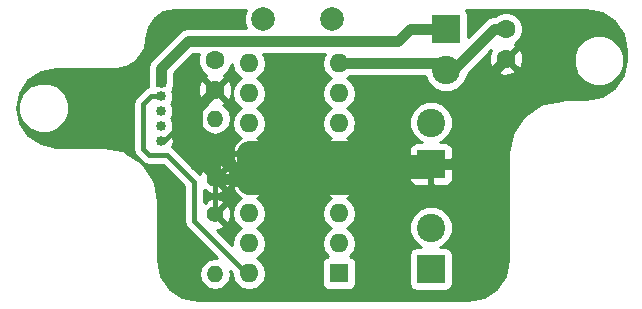
<source format=gtl>
G04 #@! TF.FileFunction,Copper,L1,Top,Signal*
%FSLAX46Y46*%
G04 Gerber Fmt 4.6, Leading zero omitted, Abs format (unit mm)*
G04 Created by KiCad (PCBNEW 4.0.6) date 06/26/19 15:48:09*
%MOMM*%
%LPD*%
G01*
G04 APERTURE LIST*
%ADD10C,0.100000*%
%ADD11C,1.400000*%
%ADD12O,1.400000X1.400000*%
%ADD13C,1.600000*%
%ADD14R,1.600000X1.600000*%
%ADD15O,1.600000X1.600000*%
%ADD16R,2.400000X2.400000*%
%ADD17C,2.400000*%
%ADD18R,0.850000X0.850000*%
%ADD19C,0.850000*%
%ADD20C,2.000000*%
%ADD21C,0.406400*%
%ADD22C,0.914400*%
%ADD23C,2.032000*%
%ADD24C,0.254000*%
G04 APERTURE END LIST*
D10*
D11*
X190498000Y-68365000D03*
D12*
X190498000Y-73445000D03*
D11*
X190498000Y-65365000D03*
D12*
X190498000Y-60285000D03*
D13*
X215138000Y-52705000D03*
X215138000Y-55205000D03*
X190498000Y-55365000D03*
X190498000Y-57865000D03*
D14*
X200998000Y-73365000D03*
D15*
X193378000Y-55585000D03*
X200998000Y-70825000D03*
X193378000Y-58125000D03*
X200998000Y-68285000D03*
X193378000Y-60665000D03*
X200998000Y-65745000D03*
X193378000Y-63205000D03*
X200998000Y-63205000D03*
X193378000Y-65745000D03*
X200998000Y-60665000D03*
X193378000Y-68285000D03*
X200998000Y-58125000D03*
X193378000Y-70825000D03*
X200998000Y-55585000D03*
X193378000Y-73365000D03*
D16*
X210058000Y-52705000D03*
D17*
X210058000Y-56205000D03*
D18*
X185928000Y-57150000D03*
D19*
X185928000Y-58400000D03*
X185928000Y-59650000D03*
X185928000Y-60900000D03*
X185928000Y-62150000D03*
D20*
X194598000Y-51865000D03*
X200398000Y-51865000D03*
D16*
X208788000Y-64135000D03*
D17*
X208788000Y-60635000D03*
D16*
X208788000Y-73025000D03*
D17*
X208788000Y-69525000D03*
D21*
X185928000Y-62150000D02*
X186213000Y-62150000D01*
X186213000Y-62150000D02*
X188998000Y-59365000D01*
D22*
X208788000Y-64135000D02*
X210566000Y-64135000D01*
X212090000Y-58253000D02*
X215138000Y-55205000D01*
X212090000Y-62611000D02*
X212090000Y-58253000D01*
X210566000Y-64135000D02*
X212090000Y-62611000D01*
D23*
X204498000Y-64365000D02*
X208558000Y-64365000D01*
X208558000Y-64365000D02*
X208788000Y-64135000D01*
D22*
X190498000Y-65365000D02*
X192998000Y-65365000D01*
X192998000Y-65365000D02*
X193378000Y-65745000D01*
X190498000Y-57865000D02*
X188998000Y-59365000D01*
X190498000Y-64365000D02*
X190498000Y-65365000D01*
X188998000Y-62865000D02*
X190498000Y-64365000D01*
X188998000Y-59365000D02*
X188998000Y-62865000D01*
D21*
X190498000Y-64865000D02*
X190498000Y-65365000D01*
X192998000Y-65365000D02*
X193378000Y-65745000D01*
X190498000Y-68365000D02*
X190498000Y-65365000D01*
D23*
X200998000Y-65745000D02*
X200998000Y-63205000D01*
X193378000Y-65745000D02*
X193378000Y-63205000D01*
X200998000Y-65745000D02*
X203118000Y-65745000D01*
X203118000Y-65745000D02*
X204498000Y-64365000D01*
X200998000Y-63205000D02*
X203338000Y-63205000D01*
X203338000Y-63205000D02*
X204498000Y-64365000D01*
X193378000Y-65745000D02*
X200998000Y-65745000D01*
X200998000Y-63205000D02*
X193378000Y-63205000D01*
D22*
X205994000Y-53721000D02*
X188214000Y-53721000D01*
X205994000Y-53721000D02*
X207010000Y-52705000D01*
X210058000Y-52705000D02*
X207010000Y-52705000D01*
X185928000Y-56007000D02*
X185928000Y-57150000D01*
X188214000Y-53721000D02*
X185928000Y-56007000D01*
X210058000Y-56205000D02*
X210622000Y-56205000D01*
X210622000Y-56205000D02*
X214122000Y-52705000D01*
X214122000Y-52705000D02*
X215138000Y-52705000D01*
X200998000Y-55585000D02*
X209438000Y-55585000D01*
X209438000Y-55585000D02*
X210058000Y-56205000D01*
D21*
X193378000Y-73365000D02*
X193126000Y-73365000D01*
X193126000Y-73365000D02*
X188722000Y-68961000D01*
X185059000Y-58400000D02*
X185928000Y-58400000D01*
X184404000Y-59055000D02*
X185059000Y-58400000D01*
X184404000Y-62865000D02*
X184404000Y-59055000D01*
X184912000Y-63373000D02*
X184404000Y-62865000D01*
X186436000Y-63373000D02*
X184912000Y-63373000D01*
X188722000Y-65659000D02*
X186436000Y-63373000D01*
X188722000Y-68961000D02*
X188722000Y-65659000D01*
D24*
G36*
X192963284Y-51538352D02*
X192962716Y-52188795D01*
X193144523Y-52628800D01*
X188214000Y-52628800D01*
X187796033Y-52711939D01*
X187441698Y-52948698D01*
X185155698Y-55234698D01*
X184918939Y-55589033D01*
X184835800Y-56007000D01*
X184835800Y-57150000D01*
X184855560Y-57249340D01*
X184855560Y-57575000D01*
X184860505Y-57601283D01*
X184738235Y-57625604D01*
X184466303Y-57807303D01*
X183811303Y-58462303D01*
X183629604Y-58734234D01*
X183619751Y-58783770D01*
X183565800Y-59055000D01*
X183565800Y-62865000D01*
X183629604Y-63185766D01*
X183811303Y-63457697D01*
X184319303Y-63965697D01*
X184591235Y-64147396D01*
X184912000Y-64211200D01*
X186088806Y-64211200D01*
X187883800Y-66006194D01*
X187883800Y-68961000D01*
X187947604Y-69281766D01*
X188129303Y-69553697D01*
X190699541Y-72123935D01*
X190498000Y-72083846D01*
X189987118Y-72185467D01*
X189554012Y-72474858D01*
X189264621Y-72907964D01*
X189163000Y-73418846D01*
X189163000Y-73471154D01*
X189264621Y-73982036D01*
X189554012Y-74415142D01*
X189987118Y-74704533D01*
X190498000Y-74806154D01*
X191008882Y-74704533D01*
X191441988Y-74415142D01*
X191731379Y-73982036D01*
X191833000Y-73471154D01*
X191833000Y-73418846D01*
X191792911Y-73217305D01*
X191919154Y-73343548D01*
X191914887Y-73365000D01*
X192024120Y-73914151D01*
X192335189Y-74379698D01*
X192800736Y-74690767D01*
X193349887Y-74800000D01*
X193406113Y-74800000D01*
X193955264Y-74690767D01*
X194420811Y-74379698D01*
X194731880Y-73914151D01*
X194841113Y-73365000D01*
X194731880Y-72815849D01*
X194420811Y-72350302D01*
X194038725Y-72095000D01*
X194420811Y-71839698D01*
X194731880Y-71374151D01*
X194841113Y-70825000D01*
X194731880Y-70275849D01*
X194420811Y-69810302D01*
X194038725Y-69555000D01*
X194420811Y-69299698D01*
X194731880Y-68834151D01*
X194841113Y-68285000D01*
X199534887Y-68285000D01*
X199644120Y-68834151D01*
X199955189Y-69299698D01*
X200337275Y-69555000D01*
X199955189Y-69810302D01*
X199644120Y-70275849D01*
X199534887Y-70825000D01*
X199644120Y-71374151D01*
X199955189Y-71839698D01*
X200099465Y-71936101D01*
X199962683Y-71961838D01*
X199746559Y-72100910D01*
X199601569Y-72313110D01*
X199550560Y-72565000D01*
X199550560Y-74165000D01*
X199594838Y-74400317D01*
X199733910Y-74616441D01*
X199946110Y-74761431D01*
X200198000Y-74812440D01*
X201798000Y-74812440D01*
X202033317Y-74768162D01*
X202249441Y-74629090D01*
X202394431Y-74416890D01*
X202445440Y-74165000D01*
X202445440Y-72565000D01*
X202401162Y-72329683D01*
X202262090Y-72113559D01*
X202049890Y-71968569D01*
X201894911Y-71937185D01*
X202040811Y-71839698D01*
X202050631Y-71825000D01*
X206940560Y-71825000D01*
X206940560Y-74225000D01*
X206984838Y-74460317D01*
X207123910Y-74676441D01*
X207336110Y-74821431D01*
X207588000Y-74872440D01*
X209988000Y-74872440D01*
X210223317Y-74828162D01*
X210439441Y-74689090D01*
X210584431Y-74476890D01*
X210635440Y-74225000D01*
X210635440Y-71825000D01*
X210591162Y-71589683D01*
X210452090Y-71373559D01*
X210239890Y-71228569D01*
X209988000Y-71177560D01*
X209593712Y-71177560D01*
X209826086Y-71081545D01*
X210342730Y-70565801D01*
X210622681Y-69891605D01*
X210623318Y-69161597D01*
X210344545Y-68486914D01*
X209828801Y-67970270D01*
X209154605Y-67690319D01*
X208424597Y-67689682D01*
X207749914Y-67968455D01*
X207233270Y-68484199D01*
X206953319Y-69158395D01*
X206952682Y-69888403D01*
X207231455Y-70563086D01*
X207747199Y-71079730D01*
X207982799Y-71177560D01*
X207588000Y-71177560D01*
X207352683Y-71221838D01*
X207136559Y-71360910D01*
X206991569Y-71573110D01*
X206940560Y-71825000D01*
X202050631Y-71825000D01*
X202351880Y-71374151D01*
X202461113Y-70825000D01*
X202351880Y-70275849D01*
X202040811Y-69810302D01*
X201658725Y-69555000D01*
X202040811Y-69299698D01*
X202351880Y-68834151D01*
X202461113Y-68285000D01*
X202351880Y-67735849D01*
X202040811Y-67270302D01*
X201636297Y-67000014D01*
X201853134Y-66897389D01*
X202229041Y-66482423D01*
X202389904Y-66094039D01*
X202267915Y-65872000D01*
X201125000Y-65872000D01*
X201125000Y-65892000D01*
X200871000Y-65892000D01*
X200871000Y-65872000D01*
X199728085Y-65872000D01*
X199606096Y-66094039D01*
X199766959Y-66482423D01*
X200142866Y-66897389D01*
X200359703Y-67000014D01*
X199955189Y-67270302D01*
X199644120Y-67735849D01*
X199534887Y-68285000D01*
X194841113Y-68285000D01*
X194731880Y-67735849D01*
X194420811Y-67270302D01*
X194016297Y-67000014D01*
X194233134Y-66897389D01*
X194609041Y-66482423D01*
X194769904Y-66094039D01*
X194647915Y-65872000D01*
X193505000Y-65872000D01*
X193505000Y-65892000D01*
X193251000Y-65892000D01*
X193251000Y-65872000D01*
X192108085Y-65872000D01*
X191986096Y-66094039D01*
X192146959Y-66482423D01*
X192522866Y-66897389D01*
X192739703Y-67000014D01*
X192335189Y-67270302D01*
X192024120Y-67735849D01*
X191914887Y-68285000D01*
X192024120Y-68834151D01*
X192335189Y-69299698D01*
X192717275Y-69555000D01*
X192335189Y-69810302D01*
X192024120Y-70275849D01*
X191914887Y-70825000D01*
X191950517Y-71004123D01*
X190640621Y-69694227D01*
X190835440Y-69683664D01*
X191191831Y-69536042D01*
X191253669Y-69300275D01*
X190498000Y-68544605D01*
X190483858Y-68558748D01*
X190304252Y-68379142D01*
X190318395Y-68365000D01*
X190677605Y-68365000D01*
X191433275Y-69120669D01*
X191669042Y-69058831D01*
X191845419Y-68557878D01*
X191816664Y-68027560D01*
X191669042Y-67671169D01*
X191433275Y-67609331D01*
X190677605Y-68365000D01*
X190318395Y-68365000D01*
X190304252Y-68350858D01*
X190483858Y-68171252D01*
X190498000Y-68185395D01*
X191253669Y-67429725D01*
X191191831Y-67193958D01*
X190690878Y-67017581D01*
X190160560Y-67046336D01*
X189804169Y-67193958D01*
X189742331Y-67429723D01*
X189627082Y-67314474D01*
X189560200Y-67381356D01*
X189560200Y-66348644D01*
X189627082Y-66415526D01*
X189742331Y-66300277D01*
X189804169Y-66536042D01*
X190305122Y-66712419D01*
X190835440Y-66683664D01*
X191191831Y-66536042D01*
X191253669Y-66300275D01*
X190498000Y-65544605D01*
X190483858Y-65558748D01*
X190304252Y-65379142D01*
X190318395Y-65365000D01*
X190677605Y-65365000D01*
X191433275Y-66120669D01*
X191669042Y-66058831D01*
X191845419Y-65557878D01*
X191816664Y-65027560D01*
X191669042Y-64671169D01*
X191433275Y-64609331D01*
X190677605Y-65365000D01*
X190318395Y-65365000D01*
X189562725Y-64609331D01*
X189326958Y-64671169D01*
X189220872Y-64972478D01*
X188678119Y-64429725D01*
X189742331Y-64429725D01*
X190498000Y-65185395D01*
X191253669Y-64429725D01*
X191191831Y-64193958D01*
X190690878Y-64017581D01*
X190160560Y-64046336D01*
X189804169Y-64193958D01*
X189742331Y-64429725D01*
X188678119Y-64429725D01*
X187802433Y-63554039D01*
X191986096Y-63554039D01*
X192146959Y-63942423D01*
X192522866Y-64357389D01*
X192771367Y-64475000D01*
X192522866Y-64592611D01*
X192146959Y-65007577D01*
X191986096Y-65395961D01*
X192108085Y-65618000D01*
X193251000Y-65618000D01*
X193251000Y-63332000D01*
X193505000Y-63332000D01*
X193505000Y-65618000D01*
X194647915Y-65618000D01*
X194769904Y-65395961D01*
X194609041Y-65007577D01*
X194233134Y-64592611D01*
X193984633Y-64475000D01*
X194233134Y-64357389D01*
X194609041Y-63942423D01*
X194769904Y-63554039D01*
X199606096Y-63554039D01*
X199766959Y-63942423D01*
X200142866Y-64357389D01*
X200391367Y-64475000D01*
X200142866Y-64592611D01*
X199766959Y-65007577D01*
X199606096Y-65395961D01*
X199728085Y-65618000D01*
X200871000Y-65618000D01*
X200871000Y-63332000D01*
X201125000Y-63332000D01*
X201125000Y-65618000D01*
X202267915Y-65618000D01*
X202389904Y-65395961D01*
X202229041Y-65007577D01*
X201853134Y-64592611D01*
X201604633Y-64475000D01*
X201719258Y-64420750D01*
X206953000Y-64420750D01*
X206953000Y-65461309D01*
X207049673Y-65694698D01*
X207228301Y-65873327D01*
X207461690Y-65970000D01*
X208502250Y-65970000D01*
X208661000Y-65811250D01*
X208661000Y-64262000D01*
X208915000Y-64262000D01*
X208915000Y-65811250D01*
X209073750Y-65970000D01*
X210114310Y-65970000D01*
X210347699Y-65873327D01*
X210526327Y-65694698D01*
X210623000Y-65461309D01*
X210623000Y-64420750D01*
X210464250Y-64262000D01*
X208915000Y-64262000D01*
X208661000Y-64262000D01*
X207111750Y-64262000D01*
X206953000Y-64420750D01*
X201719258Y-64420750D01*
X201853134Y-64357389D01*
X202229041Y-63942423D01*
X202389904Y-63554039D01*
X202267915Y-63332000D01*
X201125000Y-63332000D01*
X200871000Y-63332000D01*
X199728085Y-63332000D01*
X199606096Y-63554039D01*
X194769904Y-63554039D01*
X194647915Y-63332000D01*
X193505000Y-63332000D01*
X193251000Y-63332000D01*
X192108085Y-63332000D01*
X191986096Y-63554039D01*
X187802433Y-63554039D01*
X187028697Y-62780303D01*
X186871808Y-62675473D01*
X187001272Y-62277061D01*
X186968199Y-61856666D01*
X186870950Y-61621887D01*
X186724869Y-61602281D01*
X186826101Y-61501226D01*
X186987816Y-61111772D01*
X186988184Y-60690078D01*
X186827149Y-60300342D01*
X186802068Y-60275217D01*
X186818467Y-60258846D01*
X189163000Y-60258846D01*
X189163000Y-60311154D01*
X189264621Y-60822036D01*
X189554012Y-61255142D01*
X189987118Y-61544533D01*
X190498000Y-61646154D01*
X191008882Y-61544533D01*
X191441988Y-61255142D01*
X191731379Y-60822036D01*
X191833000Y-60311154D01*
X191833000Y-60258846D01*
X191731379Y-59747964D01*
X191441988Y-59314858D01*
X191188209Y-59145289D01*
X191252005Y-59118864D01*
X191326139Y-58872745D01*
X190498000Y-58044605D01*
X189669861Y-58872745D01*
X189743995Y-59118864D01*
X189811191Y-59143017D01*
X189554012Y-59314858D01*
X189264621Y-59747964D01*
X189163000Y-60258846D01*
X186818467Y-60258846D01*
X186826101Y-60251226D01*
X186987816Y-59861772D01*
X186988184Y-59440078D01*
X186827149Y-59050342D01*
X186802068Y-59025217D01*
X186826101Y-59001226D01*
X186987816Y-58611772D01*
X186988184Y-58190078D01*
X186880065Y-57928410D01*
X186949431Y-57826890D01*
X186985611Y-57648223D01*
X189051035Y-57648223D01*
X189078222Y-58218454D01*
X189244136Y-58619005D01*
X189490255Y-58693139D01*
X190318395Y-57865000D01*
X189490255Y-57036861D01*
X189244136Y-57110995D01*
X189051035Y-57648223D01*
X186985611Y-57648223D01*
X187000440Y-57575000D01*
X187000440Y-57249340D01*
X187020200Y-57150000D01*
X187020200Y-56459404D01*
X188666404Y-54813200D01*
X189173333Y-54813200D01*
X189063250Y-55078309D01*
X189062752Y-55649187D01*
X189280757Y-56176800D01*
X189684077Y-56580824D01*
X189750544Y-56608423D01*
X189743995Y-56611136D01*
X189669861Y-56857255D01*
X190498000Y-57685395D01*
X191326139Y-56857255D01*
X191252005Y-56611136D01*
X191245517Y-56608804D01*
X191309800Y-56582243D01*
X191713824Y-56178923D01*
X191929642Y-55659177D01*
X192024120Y-56134151D01*
X192335189Y-56599698D01*
X192717275Y-56855000D01*
X192335189Y-57110302D01*
X192024120Y-57575849D01*
X191940812Y-57994667D01*
X191917778Y-57511546D01*
X191751864Y-57110995D01*
X191505745Y-57036861D01*
X190677605Y-57865000D01*
X191505745Y-58693139D01*
X191751864Y-58619005D01*
X191920068Y-58151044D01*
X192024120Y-58674151D01*
X192335189Y-59139698D01*
X192717275Y-59395000D01*
X192335189Y-59650302D01*
X192024120Y-60115849D01*
X191914887Y-60665000D01*
X192024120Y-61214151D01*
X192335189Y-61679698D01*
X192739703Y-61949986D01*
X192522866Y-62052611D01*
X192146959Y-62467577D01*
X191986096Y-62855961D01*
X192108085Y-63078000D01*
X193251000Y-63078000D01*
X193251000Y-63058000D01*
X193505000Y-63058000D01*
X193505000Y-63078000D01*
X194647915Y-63078000D01*
X194769904Y-62855961D01*
X194609041Y-62467577D01*
X194233134Y-62052611D01*
X194016297Y-61949986D01*
X194420811Y-61679698D01*
X194731880Y-61214151D01*
X194841113Y-60665000D01*
X194731880Y-60115849D01*
X194420811Y-59650302D01*
X194038725Y-59395000D01*
X194420811Y-59139698D01*
X194731880Y-58674151D01*
X194841113Y-58125000D01*
X194731880Y-57575849D01*
X194420811Y-57110302D01*
X194038725Y-56855000D01*
X194420811Y-56599698D01*
X194731880Y-56134151D01*
X194841113Y-55585000D01*
X194731880Y-55035849D01*
X194583110Y-54813200D01*
X199792890Y-54813200D01*
X199644120Y-55035849D01*
X199534887Y-55585000D01*
X199644120Y-56134151D01*
X199955189Y-56599698D01*
X200337275Y-56855000D01*
X199955189Y-57110302D01*
X199644120Y-57575849D01*
X199534887Y-58125000D01*
X199644120Y-58674151D01*
X199955189Y-59139698D01*
X200337275Y-59395000D01*
X199955189Y-59650302D01*
X199644120Y-60115849D01*
X199534887Y-60665000D01*
X199644120Y-61214151D01*
X199955189Y-61679698D01*
X200359703Y-61949986D01*
X200142866Y-62052611D01*
X199766959Y-62467577D01*
X199606096Y-62855961D01*
X199728085Y-63078000D01*
X200871000Y-63078000D01*
X200871000Y-63058000D01*
X201125000Y-63058000D01*
X201125000Y-63078000D01*
X202267915Y-63078000D01*
X202389904Y-62855961D01*
X202229041Y-62467577D01*
X201853134Y-62052611D01*
X201636297Y-61949986D01*
X202040811Y-61679698D01*
X202351880Y-61214151D01*
X202394794Y-60998403D01*
X206952682Y-60998403D01*
X207231455Y-61673086D01*
X207747199Y-62189730D01*
X208012758Y-62300000D01*
X207461690Y-62300000D01*
X207228301Y-62396673D01*
X207049673Y-62575302D01*
X206953000Y-62808691D01*
X206953000Y-63849250D01*
X207111750Y-64008000D01*
X208661000Y-64008000D01*
X208661000Y-63988000D01*
X208915000Y-63988000D01*
X208915000Y-64008000D01*
X210464250Y-64008000D01*
X210623000Y-63849250D01*
X210623000Y-62808691D01*
X210526327Y-62575302D01*
X210347699Y-62396673D01*
X210114310Y-62300000D01*
X209563605Y-62300000D01*
X209826086Y-62191545D01*
X210342730Y-61675801D01*
X210622681Y-61001605D01*
X210623318Y-60271597D01*
X210344545Y-59596914D01*
X209828801Y-59080270D01*
X209154605Y-58800319D01*
X208424597Y-58799682D01*
X207749914Y-59078455D01*
X207233270Y-59594199D01*
X206953319Y-60268395D01*
X206952682Y-60998403D01*
X202394794Y-60998403D01*
X202461113Y-60665000D01*
X202351880Y-60115849D01*
X202040811Y-59650302D01*
X201658725Y-59395000D01*
X202040811Y-59139698D01*
X202351880Y-58674151D01*
X202461113Y-58125000D01*
X202351880Y-57575849D01*
X202040811Y-57110302D01*
X201658725Y-56855000D01*
X201924821Y-56677200D01*
X208267636Y-56677200D01*
X208501455Y-57243086D01*
X209017199Y-57759730D01*
X209691395Y-58039681D01*
X210421403Y-58040318D01*
X211096086Y-57761545D01*
X211612730Y-57245801D01*
X211892681Y-56571605D01*
X211892762Y-56478842D01*
X212158859Y-56212745D01*
X214309861Y-56212745D01*
X214383995Y-56458864D01*
X214921223Y-56651965D01*
X215491454Y-56624778D01*
X215892005Y-56458864D01*
X215966139Y-56212745D01*
X215138000Y-55384605D01*
X214309861Y-56212745D01*
X212158859Y-56212745D01*
X213863670Y-54507934D01*
X213691035Y-54988223D01*
X213718222Y-55558454D01*
X213884136Y-55959005D01*
X214130255Y-56033139D01*
X214958395Y-55205000D01*
X215317605Y-55205000D01*
X216145745Y-56033139D01*
X216391864Y-55959005D01*
X216453396Y-55787815D01*
X220862630Y-55787815D01*
X221186980Y-56572800D01*
X221787041Y-57173909D01*
X222571459Y-57499628D01*
X223420815Y-57500370D01*
X224205800Y-57176020D01*
X224806909Y-56575959D01*
X225132628Y-55791541D01*
X225133370Y-54942185D01*
X224809020Y-54157200D01*
X224208959Y-53556091D01*
X223424541Y-53230372D01*
X222575185Y-53229630D01*
X221790200Y-53553980D01*
X221189091Y-54154041D01*
X220863372Y-54938459D01*
X220862630Y-55787815D01*
X216453396Y-55787815D01*
X216584965Y-55421777D01*
X216557778Y-54851546D01*
X216391864Y-54450995D01*
X216145745Y-54376861D01*
X215317605Y-55205000D01*
X214958395Y-55205000D01*
X214944252Y-55190858D01*
X215123858Y-55011252D01*
X215138000Y-55025395D01*
X215966139Y-54197255D01*
X215892005Y-53951136D01*
X215885517Y-53948804D01*
X215949800Y-53922243D01*
X216353824Y-53518923D01*
X216572750Y-52991691D01*
X216573248Y-52420813D01*
X216355243Y-51893200D01*
X215951923Y-51489176D01*
X215424691Y-51270250D01*
X214853813Y-51269752D01*
X214326200Y-51487757D01*
X214200939Y-51612800D01*
X214122000Y-51612800D01*
X213704033Y-51695939D01*
X213349698Y-51932698D01*
X211905440Y-53376956D01*
X211905440Y-51505000D01*
X211861162Y-51269683D01*
X211735887Y-51075000D01*
X221928069Y-51075000D01*
X223251707Y-51338288D01*
X224314546Y-52048454D01*
X225024712Y-53111295D01*
X225288000Y-54434931D01*
X225288000Y-55295069D01*
X225024712Y-56618705D01*
X224314546Y-57681546D01*
X223251707Y-58391712D01*
X221928069Y-58655000D01*
X219998000Y-58655000D01*
X219929416Y-58668642D01*
X218328752Y-58973124D01*
X218074462Y-59078455D01*
X218072811Y-59079139D01*
X216775118Y-59946230D01*
X216579229Y-60142118D01*
X215712139Y-61439811D01*
X215606124Y-61695752D01*
X215301642Y-63226486D01*
X215301642Y-63296416D01*
X215288000Y-63365000D01*
X215288000Y-72295069D01*
X215024712Y-73618705D01*
X214314546Y-74681546D01*
X213251707Y-75391712D01*
X211928069Y-75655000D01*
X189067931Y-75655000D01*
X187744295Y-75391712D01*
X186681454Y-74681546D01*
X185971288Y-73618707D01*
X185708000Y-72295069D01*
X185708000Y-67365000D01*
X185694358Y-67296416D01*
X185694358Y-67226486D01*
X185389876Y-65695752D01*
X185283861Y-65439811D01*
X184416770Y-64142118D01*
X184320988Y-64046336D01*
X184220882Y-63946229D01*
X182923189Y-63079139D01*
X182858237Y-63052235D01*
X182667248Y-62973124D01*
X181136514Y-62668642D01*
X181066584Y-62668642D01*
X180998000Y-62655000D01*
X177067931Y-62655000D01*
X175744295Y-62391712D01*
X174681454Y-61681546D01*
X173971288Y-60618707D01*
X173806014Y-59787815D01*
X173862630Y-59787815D01*
X174186980Y-60572800D01*
X174787041Y-61173909D01*
X175571459Y-61499628D01*
X176420815Y-61500370D01*
X177205800Y-61176020D01*
X177806909Y-60575959D01*
X178132628Y-59791541D01*
X178133370Y-58942185D01*
X177809020Y-58157200D01*
X177208959Y-57556091D01*
X176424541Y-57230372D01*
X175575185Y-57229630D01*
X174790200Y-57553980D01*
X174189091Y-58154041D01*
X173863372Y-58938459D01*
X173862630Y-59787815D01*
X173806014Y-59787815D01*
X173721910Y-59365000D01*
X173971288Y-58111293D01*
X174681454Y-57048454D01*
X175744295Y-56338288D01*
X177067931Y-56075000D01*
X181998000Y-56075000D01*
X182066584Y-56061358D01*
X182136514Y-56061358D01*
X182901881Y-55909117D01*
X183157821Y-55803103D01*
X183806668Y-55369558D01*
X184002558Y-55173668D01*
X184436103Y-54524822D01*
X184497390Y-54376861D01*
X184542117Y-54268881D01*
X184694356Y-53503518D01*
X184694358Y-53503514D01*
X184895167Y-52493977D01*
X185388561Y-51755561D01*
X186126977Y-51262167D01*
X187067931Y-51075000D01*
X193155684Y-51075000D01*
X192963284Y-51538352D01*
X192963284Y-51538352D01*
G37*
X192963284Y-51538352D02*
X192962716Y-52188795D01*
X193144523Y-52628800D01*
X188214000Y-52628800D01*
X187796033Y-52711939D01*
X187441698Y-52948698D01*
X185155698Y-55234698D01*
X184918939Y-55589033D01*
X184835800Y-56007000D01*
X184835800Y-57150000D01*
X184855560Y-57249340D01*
X184855560Y-57575000D01*
X184860505Y-57601283D01*
X184738235Y-57625604D01*
X184466303Y-57807303D01*
X183811303Y-58462303D01*
X183629604Y-58734234D01*
X183619751Y-58783770D01*
X183565800Y-59055000D01*
X183565800Y-62865000D01*
X183629604Y-63185766D01*
X183811303Y-63457697D01*
X184319303Y-63965697D01*
X184591235Y-64147396D01*
X184912000Y-64211200D01*
X186088806Y-64211200D01*
X187883800Y-66006194D01*
X187883800Y-68961000D01*
X187947604Y-69281766D01*
X188129303Y-69553697D01*
X190699541Y-72123935D01*
X190498000Y-72083846D01*
X189987118Y-72185467D01*
X189554012Y-72474858D01*
X189264621Y-72907964D01*
X189163000Y-73418846D01*
X189163000Y-73471154D01*
X189264621Y-73982036D01*
X189554012Y-74415142D01*
X189987118Y-74704533D01*
X190498000Y-74806154D01*
X191008882Y-74704533D01*
X191441988Y-74415142D01*
X191731379Y-73982036D01*
X191833000Y-73471154D01*
X191833000Y-73418846D01*
X191792911Y-73217305D01*
X191919154Y-73343548D01*
X191914887Y-73365000D01*
X192024120Y-73914151D01*
X192335189Y-74379698D01*
X192800736Y-74690767D01*
X193349887Y-74800000D01*
X193406113Y-74800000D01*
X193955264Y-74690767D01*
X194420811Y-74379698D01*
X194731880Y-73914151D01*
X194841113Y-73365000D01*
X194731880Y-72815849D01*
X194420811Y-72350302D01*
X194038725Y-72095000D01*
X194420811Y-71839698D01*
X194731880Y-71374151D01*
X194841113Y-70825000D01*
X194731880Y-70275849D01*
X194420811Y-69810302D01*
X194038725Y-69555000D01*
X194420811Y-69299698D01*
X194731880Y-68834151D01*
X194841113Y-68285000D01*
X199534887Y-68285000D01*
X199644120Y-68834151D01*
X199955189Y-69299698D01*
X200337275Y-69555000D01*
X199955189Y-69810302D01*
X199644120Y-70275849D01*
X199534887Y-70825000D01*
X199644120Y-71374151D01*
X199955189Y-71839698D01*
X200099465Y-71936101D01*
X199962683Y-71961838D01*
X199746559Y-72100910D01*
X199601569Y-72313110D01*
X199550560Y-72565000D01*
X199550560Y-74165000D01*
X199594838Y-74400317D01*
X199733910Y-74616441D01*
X199946110Y-74761431D01*
X200198000Y-74812440D01*
X201798000Y-74812440D01*
X202033317Y-74768162D01*
X202249441Y-74629090D01*
X202394431Y-74416890D01*
X202445440Y-74165000D01*
X202445440Y-72565000D01*
X202401162Y-72329683D01*
X202262090Y-72113559D01*
X202049890Y-71968569D01*
X201894911Y-71937185D01*
X202040811Y-71839698D01*
X202050631Y-71825000D01*
X206940560Y-71825000D01*
X206940560Y-74225000D01*
X206984838Y-74460317D01*
X207123910Y-74676441D01*
X207336110Y-74821431D01*
X207588000Y-74872440D01*
X209988000Y-74872440D01*
X210223317Y-74828162D01*
X210439441Y-74689090D01*
X210584431Y-74476890D01*
X210635440Y-74225000D01*
X210635440Y-71825000D01*
X210591162Y-71589683D01*
X210452090Y-71373559D01*
X210239890Y-71228569D01*
X209988000Y-71177560D01*
X209593712Y-71177560D01*
X209826086Y-71081545D01*
X210342730Y-70565801D01*
X210622681Y-69891605D01*
X210623318Y-69161597D01*
X210344545Y-68486914D01*
X209828801Y-67970270D01*
X209154605Y-67690319D01*
X208424597Y-67689682D01*
X207749914Y-67968455D01*
X207233270Y-68484199D01*
X206953319Y-69158395D01*
X206952682Y-69888403D01*
X207231455Y-70563086D01*
X207747199Y-71079730D01*
X207982799Y-71177560D01*
X207588000Y-71177560D01*
X207352683Y-71221838D01*
X207136559Y-71360910D01*
X206991569Y-71573110D01*
X206940560Y-71825000D01*
X202050631Y-71825000D01*
X202351880Y-71374151D01*
X202461113Y-70825000D01*
X202351880Y-70275849D01*
X202040811Y-69810302D01*
X201658725Y-69555000D01*
X202040811Y-69299698D01*
X202351880Y-68834151D01*
X202461113Y-68285000D01*
X202351880Y-67735849D01*
X202040811Y-67270302D01*
X201636297Y-67000014D01*
X201853134Y-66897389D01*
X202229041Y-66482423D01*
X202389904Y-66094039D01*
X202267915Y-65872000D01*
X201125000Y-65872000D01*
X201125000Y-65892000D01*
X200871000Y-65892000D01*
X200871000Y-65872000D01*
X199728085Y-65872000D01*
X199606096Y-66094039D01*
X199766959Y-66482423D01*
X200142866Y-66897389D01*
X200359703Y-67000014D01*
X199955189Y-67270302D01*
X199644120Y-67735849D01*
X199534887Y-68285000D01*
X194841113Y-68285000D01*
X194731880Y-67735849D01*
X194420811Y-67270302D01*
X194016297Y-67000014D01*
X194233134Y-66897389D01*
X194609041Y-66482423D01*
X194769904Y-66094039D01*
X194647915Y-65872000D01*
X193505000Y-65872000D01*
X193505000Y-65892000D01*
X193251000Y-65892000D01*
X193251000Y-65872000D01*
X192108085Y-65872000D01*
X191986096Y-66094039D01*
X192146959Y-66482423D01*
X192522866Y-66897389D01*
X192739703Y-67000014D01*
X192335189Y-67270302D01*
X192024120Y-67735849D01*
X191914887Y-68285000D01*
X192024120Y-68834151D01*
X192335189Y-69299698D01*
X192717275Y-69555000D01*
X192335189Y-69810302D01*
X192024120Y-70275849D01*
X191914887Y-70825000D01*
X191950517Y-71004123D01*
X190640621Y-69694227D01*
X190835440Y-69683664D01*
X191191831Y-69536042D01*
X191253669Y-69300275D01*
X190498000Y-68544605D01*
X190483858Y-68558748D01*
X190304252Y-68379142D01*
X190318395Y-68365000D01*
X190677605Y-68365000D01*
X191433275Y-69120669D01*
X191669042Y-69058831D01*
X191845419Y-68557878D01*
X191816664Y-68027560D01*
X191669042Y-67671169D01*
X191433275Y-67609331D01*
X190677605Y-68365000D01*
X190318395Y-68365000D01*
X190304252Y-68350858D01*
X190483858Y-68171252D01*
X190498000Y-68185395D01*
X191253669Y-67429725D01*
X191191831Y-67193958D01*
X190690878Y-67017581D01*
X190160560Y-67046336D01*
X189804169Y-67193958D01*
X189742331Y-67429723D01*
X189627082Y-67314474D01*
X189560200Y-67381356D01*
X189560200Y-66348644D01*
X189627082Y-66415526D01*
X189742331Y-66300277D01*
X189804169Y-66536042D01*
X190305122Y-66712419D01*
X190835440Y-66683664D01*
X191191831Y-66536042D01*
X191253669Y-66300275D01*
X190498000Y-65544605D01*
X190483858Y-65558748D01*
X190304252Y-65379142D01*
X190318395Y-65365000D01*
X190677605Y-65365000D01*
X191433275Y-66120669D01*
X191669042Y-66058831D01*
X191845419Y-65557878D01*
X191816664Y-65027560D01*
X191669042Y-64671169D01*
X191433275Y-64609331D01*
X190677605Y-65365000D01*
X190318395Y-65365000D01*
X189562725Y-64609331D01*
X189326958Y-64671169D01*
X189220872Y-64972478D01*
X188678119Y-64429725D01*
X189742331Y-64429725D01*
X190498000Y-65185395D01*
X191253669Y-64429725D01*
X191191831Y-64193958D01*
X190690878Y-64017581D01*
X190160560Y-64046336D01*
X189804169Y-64193958D01*
X189742331Y-64429725D01*
X188678119Y-64429725D01*
X187802433Y-63554039D01*
X191986096Y-63554039D01*
X192146959Y-63942423D01*
X192522866Y-64357389D01*
X192771367Y-64475000D01*
X192522866Y-64592611D01*
X192146959Y-65007577D01*
X191986096Y-65395961D01*
X192108085Y-65618000D01*
X193251000Y-65618000D01*
X193251000Y-63332000D01*
X193505000Y-63332000D01*
X193505000Y-65618000D01*
X194647915Y-65618000D01*
X194769904Y-65395961D01*
X194609041Y-65007577D01*
X194233134Y-64592611D01*
X193984633Y-64475000D01*
X194233134Y-64357389D01*
X194609041Y-63942423D01*
X194769904Y-63554039D01*
X199606096Y-63554039D01*
X199766959Y-63942423D01*
X200142866Y-64357389D01*
X200391367Y-64475000D01*
X200142866Y-64592611D01*
X199766959Y-65007577D01*
X199606096Y-65395961D01*
X199728085Y-65618000D01*
X200871000Y-65618000D01*
X200871000Y-63332000D01*
X201125000Y-63332000D01*
X201125000Y-65618000D01*
X202267915Y-65618000D01*
X202389904Y-65395961D01*
X202229041Y-65007577D01*
X201853134Y-64592611D01*
X201604633Y-64475000D01*
X201719258Y-64420750D01*
X206953000Y-64420750D01*
X206953000Y-65461309D01*
X207049673Y-65694698D01*
X207228301Y-65873327D01*
X207461690Y-65970000D01*
X208502250Y-65970000D01*
X208661000Y-65811250D01*
X208661000Y-64262000D01*
X208915000Y-64262000D01*
X208915000Y-65811250D01*
X209073750Y-65970000D01*
X210114310Y-65970000D01*
X210347699Y-65873327D01*
X210526327Y-65694698D01*
X210623000Y-65461309D01*
X210623000Y-64420750D01*
X210464250Y-64262000D01*
X208915000Y-64262000D01*
X208661000Y-64262000D01*
X207111750Y-64262000D01*
X206953000Y-64420750D01*
X201719258Y-64420750D01*
X201853134Y-64357389D01*
X202229041Y-63942423D01*
X202389904Y-63554039D01*
X202267915Y-63332000D01*
X201125000Y-63332000D01*
X200871000Y-63332000D01*
X199728085Y-63332000D01*
X199606096Y-63554039D01*
X194769904Y-63554039D01*
X194647915Y-63332000D01*
X193505000Y-63332000D01*
X193251000Y-63332000D01*
X192108085Y-63332000D01*
X191986096Y-63554039D01*
X187802433Y-63554039D01*
X187028697Y-62780303D01*
X186871808Y-62675473D01*
X187001272Y-62277061D01*
X186968199Y-61856666D01*
X186870950Y-61621887D01*
X186724869Y-61602281D01*
X186826101Y-61501226D01*
X186987816Y-61111772D01*
X186988184Y-60690078D01*
X186827149Y-60300342D01*
X186802068Y-60275217D01*
X186818467Y-60258846D01*
X189163000Y-60258846D01*
X189163000Y-60311154D01*
X189264621Y-60822036D01*
X189554012Y-61255142D01*
X189987118Y-61544533D01*
X190498000Y-61646154D01*
X191008882Y-61544533D01*
X191441988Y-61255142D01*
X191731379Y-60822036D01*
X191833000Y-60311154D01*
X191833000Y-60258846D01*
X191731379Y-59747964D01*
X191441988Y-59314858D01*
X191188209Y-59145289D01*
X191252005Y-59118864D01*
X191326139Y-58872745D01*
X190498000Y-58044605D01*
X189669861Y-58872745D01*
X189743995Y-59118864D01*
X189811191Y-59143017D01*
X189554012Y-59314858D01*
X189264621Y-59747964D01*
X189163000Y-60258846D01*
X186818467Y-60258846D01*
X186826101Y-60251226D01*
X186987816Y-59861772D01*
X186988184Y-59440078D01*
X186827149Y-59050342D01*
X186802068Y-59025217D01*
X186826101Y-59001226D01*
X186987816Y-58611772D01*
X186988184Y-58190078D01*
X186880065Y-57928410D01*
X186949431Y-57826890D01*
X186985611Y-57648223D01*
X189051035Y-57648223D01*
X189078222Y-58218454D01*
X189244136Y-58619005D01*
X189490255Y-58693139D01*
X190318395Y-57865000D01*
X189490255Y-57036861D01*
X189244136Y-57110995D01*
X189051035Y-57648223D01*
X186985611Y-57648223D01*
X187000440Y-57575000D01*
X187000440Y-57249340D01*
X187020200Y-57150000D01*
X187020200Y-56459404D01*
X188666404Y-54813200D01*
X189173333Y-54813200D01*
X189063250Y-55078309D01*
X189062752Y-55649187D01*
X189280757Y-56176800D01*
X189684077Y-56580824D01*
X189750544Y-56608423D01*
X189743995Y-56611136D01*
X189669861Y-56857255D01*
X190498000Y-57685395D01*
X191326139Y-56857255D01*
X191252005Y-56611136D01*
X191245517Y-56608804D01*
X191309800Y-56582243D01*
X191713824Y-56178923D01*
X191929642Y-55659177D01*
X192024120Y-56134151D01*
X192335189Y-56599698D01*
X192717275Y-56855000D01*
X192335189Y-57110302D01*
X192024120Y-57575849D01*
X191940812Y-57994667D01*
X191917778Y-57511546D01*
X191751864Y-57110995D01*
X191505745Y-57036861D01*
X190677605Y-57865000D01*
X191505745Y-58693139D01*
X191751864Y-58619005D01*
X191920068Y-58151044D01*
X192024120Y-58674151D01*
X192335189Y-59139698D01*
X192717275Y-59395000D01*
X192335189Y-59650302D01*
X192024120Y-60115849D01*
X191914887Y-60665000D01*
X192024120Y-61214151D01*
X192335189Y-61679698D01*
X192739703Y-61949986D01*
X192522866Y-62052611D01*
X192146959Y-62467577D01*
X191986096Y-62855961D01*
X192108085Y-63078000D01*
X193251000Y-63078000D01*
X193251000Y-63058000D01*
X193505000Y-63058000D01*
X193505000Y-63078000D01*
X194647915Y-63078000D01*
X194769904Y-62855961D01*
X194609041Y-62467577D01*
X194233134Y-62052611D01*
X194016297Y-61949986D01*
X194420811Y-61679698D01*
X194731880Y-61214151D01*
X194841113Y-60665000D01*
X194731880Y-60115849D01*
X194420811Y-59650302D01*
X194038725Y-59395000D01*
X194420811Y-59139698D01*
X194731880Y-58674151D01*
X194841113Y-58125000D01*
X194731880Y-57575849D01*
X194420811Y-57110302D01*
X194038725Y-56855000D01*
X194420811Y-56599698D01*
X194731880Y-56134151D01*
X194841113Y-55585000D01*
X194731880Y-55035849D01*
X194583110Y-54813200D01*
X199792890Y-54813200D01*
X199644120Y-55035849D01*
X199534887Y-55585000D01*
X199644120Y-56134151D01*
X199955189Y-56599698D01*
X200337275Y-56855000D01*
X199955189Y-57110302D01*
X199644120Y-57575849D01*
X199534887Y-58125000D01*
X199644120Y-58674151D01*
X199955189Y-59139698D01*
X200337275Y-59395000D01*
X199955189Y-59650302D01*
X199644120Y-60115849D01*
X199534887Y-60665000D01*
X199644120Y-61214151D01*
X199955189Y-61679698D01*
X200359703Y-61949986D01*
X200142866Y-62052611D01*
X199766959Y-62467577D01*
X199606096Y-62855961D01*
X199728085Y-63078000D01*
X200871000Y-63078000D01*
X200871000Y-63058000D01*
X201125000Y-63058000D01*
X201125000Y-63078000D01*
X202267915Y-63078000D01*
X202389904Y-62855961D01*
X202229041Y-62467577D01*
X201853134Y-62052611D01*
X201636297Y-61949986D01*
X202040811Y-61679698D01*
X202351880Y-61214151D01*
X202394794Y-60998403D01*
X206952682Y-60998403D01*
X207231455Y-61673086D01*
X207747199Y-62189730D01*
X208012758Y-62300000D01*
X207461690Y-62300000D01*
X207228301Y-62396673D01*
X207049673Y-62575302D01*
X206953000Y-62808691D01*
X206953000Y-63849250D01*
X207111750Y-64008000D01*
X208661000Y-64008000D01*
X208661000Y-63988000D01*
X208915000Y-63988000D01*
X208915000Y-64008000D01*
X210464250Y-64008000D01*
X210623000Y-63849250D01*
X210623000Y-62808691D01*
X210526327Y-62575302D01*
X210347699Y-62396673D01*
X210114310Y-62300000D01*
X209563605Y-62300000D01*
X209826086Y-62191545D01*
X210342730Y-61675801D01*
X210622681Y-61001605D01*
X210623318Y-60271597D01*
X210344545Y-59596914D01*
X209828801Y-59080270D01*
X209154605Y-58800319D01*
X208424597Y-58799682D01*
X207749914Y-59078455D01*
X207233270Y-59594199D01*
X206953319Y-60268395D01*
X206952682Y-60998403D01*
X202394794Y-60998403D01*
X202461113Y-60665000D01*
X202351880Y-60115849D01*
X202040811Y-59650302D01*
X201658725Y-59395000D01*
X202040811Y-59139698D01*
X202351880Y-58674151D01*
X202461113Y-58125000D01*
X202351880Y-57575849D01*
X202040811Y-57110302D01*
X201658725Y-56855000D01*
X201924821Y-56677200D01*
X208267636Y-56677200D01*
X208501455Y-57243086D01*
X209017199Y-57759730D01*
X209691395Y-58039681D01*
X210421403Y-58040318D01*
X211096086Y-57761545D01*
X211612730Y-57245801D01*
X211892681Y-56571605D01*
X211892762Y-56478842D01*
X212158859Y-56212745D01*
X214309861Y-56212745D01*
X214383995Y-56458864D01*
X214921223Y-56651965D01*
X215491454Y-56624778D01*
X215892005Y-56458864D01*
X215966139Y-56212745D01*
X215138000Y-55384605D01*
X214309861Y-56212745D01*
X212158859Y-56212745D01*
X213863670Y-54507934D01*
X213691035Y-54988223D01*
X213718222Y-55558454D01*
X213884136Y-55959005D01*
X214130255Y-56033139D01*
X214958395Y-55205000D01*
X215317605Y-55205000D01*
X216145745Y-56033139D01*
X216391864Y-55959005D01*
X216453396Y-55787815D01*
X220862630Y-55787815D01*
X221186980Y-56572800D01*
X221787041Y-57173909D01*
X222571459Y-57499628D01*
X223420815Y-57500370D01*
X224205800Y-57176020D01*
X224806909Y-56575959D01*
X225132628Y-55791541D01*
X225133370Y-54942185D01*
X224809020Y-54157200D01*
X224208959Y-53556091D01*
X223424541Y-53230372D01*
X222575185Y-53229630D01*
X221790200Y-53553980D01*
X221189091Y-54154041D01*
X220863372Y-54938459D01*
X220862630Y-55787815D01*
X216453396Y-55787815D01*
X216584965Y-55421777D01*
X216557778Y-54851546D01*
X216391864Y-54450995D01*
X216145745Y-54376861D01*
X215317605Y-55205000D01*
X214958395Y-55205000D01*
X214944252Y-55190858D01*
X215123858Y-55011252D01*
X215138000Y-55025395D01*
X215966139Y-54197255D01*
X215892005Y-53951136D01*
X215885517Y-53948804D01*
X215949800Y-53922243D01*
X216353824Y-53518923D01*
X216572750Y-52991691D01*
X216573248Y-52420813D01*
X216355243Y-51893200D01*
X215951923Y-51489176D01*
X215424691Y-51270250D01*
X214853813Y-51269752D01*
X214326200Y-51487757D01*
X214200939Y-51612800D01*
X214122000Y-51612800D01*
X213704033Y-51695939D01*
X213349698Y-51932698D01*
X211905440Y-53376956D01*
X211905440Y-51505000D01*
X211861162Y-51269683D01*
X211735887Y-51075000D01*
X221928069Y-51075000D01*
X223251707Y-51338288D01*
X224314546Y-52048454D01*
X225024712Y-53111295D01*
X225288000Y-54434931D01*
X225288000Y-55295069D01*
X225024712Y-56618705D01*
X224314546Y-57681546D01*
X223251707Y-58391712D01*
X221928069Y-58655000D01*
X219998000Y-58655000D01*
X219929416Y-58668642D01*
X218328752Y-58973124D01*
X218074462Y-59078455D01*
X218072811Y-59079139D01*
X216775118Y-59946230D01*
X216579229Y-60142118D01*
X215712139Y-61439811D01*
X215606124Y-61695752D01*
X215301642Y-63226486D01*
X215301642Y-63296416D01*
X215288000Y-63365000D01*
X215288000Y-72295069D01*
X215024712Y-73618705D01*
X214314546Y-74681546D01*
X213251707Y-75391712D01*
X211928069Y-75655000D01*
X189067931Y-75655000D01*
X187744295Y-75391712D01*
X186681454Y-74681546D01*
X185971288Y-73618707D01*
X185708000Y-72295069D01*
X185708000Y-67365000D01*
X185694358Y-67296416D01*
X185694358Y-67226486D01*
X185389876Y-65695752D01*
X185283861Y-65439811D01*
X184416770Y-64142118D01*
X184320988Y-64046336D01*
X184220882Y-63946229D01*
X182923189Y-63079139D01*
X182858237Y-63052235D01*
X182667248Y-62973124D01*
X181136514Y-62668642D01*
X181066584Y-62668642D01*
X180998000Y-62655000D01*
X177067931Y-62655000D01*
X175744295Y-62391712D01*
X174681454Y-61681546D01*
X173971288Y-60618707D01*
X173806014Y-59787815D01*
X173862630Y-59787815D01*
X174186980Y-60572800D01*
X174787041Y-61173909D01*
X175571459Y-61499628D01*
X176420815Y-61500370D01*
X177205800Y-61176020D01*
X177806909Y-60575959D01*
X178132628Y-59791541D01*
X178133370Y-58942185D01*
X177809020Y-58157200D01*
X177208959Y-57556091D01*
X176424541Y-57230372D01*
X175575185Y-57229630D01*
X174790200Y-57553980D01*
X174189091Y-58154041D01*
X173863372Y-58938459D01*
X173862630Y-59787815D01*
X173806014Y-59787815D01*
X173721910Y-59365000D01*
X173971288Y-58111293D01*
X174681454Y-57048454D01*
X175744295Y-56338288D01*
X177067931Y-56075000D01*
X181998000Y-56075000D01*
X182066584Y-56061358D01*
X182136514Y-56061358D01*
X182901881Y-55909117D01*
X183157821Y-55803103D01*
X183806668Y-55369558D01*
X184002558Y-55173668D01*
X184436103Y-54524822D01*
X184497390Y-54376861D01*
X184542117Y-54268881D01*
X184694356Y-53503518D01*
X184694358Y-53503514D01*
X184895167Y-52493977D01*
X185388561Y-51755561D01*
X186126977Y-51262167D01*
X187067931Y-51075000D01*
X193155684Y-51075000D01*
X192963284Y-51538352D01*
G36*
X185917597Y-61959992D02*
X185928000Y-61970395D01*
X185938385Y-61960010D01*
X185945907Y-61960017D01*
X186121748Y-62135858D01*
X186107605Y-62150000D01*
X186121748Y-62164143D01*
X185942143Y-62343748D01*
X185928000Y-62329605D01*
X185913858Y-62343748D01*
X185734253Y-62164143D01*
X185748395Y-62150000D01*
X185734253Y-62135858D01*
X185910125Y-61959985D01*
X185917597Y-61959992D01*
X185917597Y-61959992D01*
G37*
X185917597Y-61959992D02*
X185928000Y-61970395D01*
X185938385Y-61960010D01*
X185945907Y-61960017D01*
X186121748Y-62135858D01*
X186107605Y-62150000D01*
X186121748Y-62164143D01*
X185942143Y-62343748D01*
X185928000Y-62329605D01*
X185913858Y-62343748D01*
X185734253Y-62164143D01*
X185748395Y-62150000D01*
X185734253Y-62135858D01*
X185910125Y-61959985D01*
X185917597Y-61959992D01*
M02*

</source>
